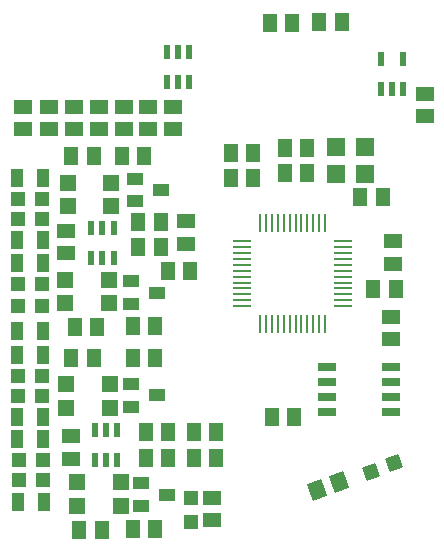
<source format=gbr>
%TF.GenerationSoftware,KiCad,Pcbnew,8.0.3*%
%TF.CreationDate,2024-06-29T02:25:23+02:00*%
%TF.ProjectId,io-16x-fused-fm,696f2d31-3678-42d6-9675-7365642d666d,rev?*%
%TF.SameCoordinates,Original*%
%TF.FileFunction,Paste,Top*%
%TF.FilePolarity,Positive*%
%FSLAX46Y46*%
G04 Gerber Fmt 4.6, Leading zero omitted, Abs format (unit mm)*
G04 Created by KiCad (PCBNEW 8.0.3) date 2024-06-29 02:25:23*
%MOMM*%
%LPD*%
G01*
G04 APERTURE LIST*
G04 Aperture macros list*
%AMRotRect*
0 Rectangle, with rotation*
0 The origin of the aperture is its center*
0 $1 length*
0 $2 width*
0 $3 Rotation angle, in degrees counterclockwise*
0 Add horizontal line*
21,1,$1,$2,0,0,$3*%
G04 Aperture macros list end*
%ADD10R,1.500000X1.300000*%
%ADD11R,1.400000X1.000000*%
%ADD12R,1.000000X1.500000*%
%ADD13R,1.200000X1.300000*%
%ADD14R,1.300000X1.500000*%
%ADD15R,1.200000X1.200000*%
%ADD16R,1.400000X1.400000*%
%ADD17R,0.597100X1.164600*%
%ADD18R,0.550000X1.200000*%
%ADD19RotRect,1.300000X1.500000X200.000000*%
%ADD20R,0.250000X1.500000*%
%ADD21R,1.500000X0.250000*%
%ADD22RotRect,1.200000X1.200000X290.000000*%
%ADD23R,1.500000X0.650000*%
%ADD24R,1.600000X1.500000*%
G04 APERTURE END LIST*
D10*
%TO.C,C32*%
X137818400Y-117682050D03*
X137818400Y-119582050D03*
%TD*%
D11*
%TO.C,D23*%
X142919200Y-113282050D03*
X142919200Y-115182050D03*
X145119200Y-114232050D03*
%TD*%
D12*
%TO.C,F13*%
X133260400Y-95832050D03*
X135460400Y-95832050D03*
%TD*%
D13*
%TO.C,FB21*%
X135376400Y-106692050D03*
X133344400Y-106692050D03*
%TD*%
D14*
%TO.C,R79*%
X143069200Y-108332050D03*
X144969200Y-108332050D03*
%TD*%
D12*
%TO.C,F16*%
X133260400Y-108785350D03*
X135460400Y-108785350D03*
%TD*%
D15*
%TO.C,LED6*%
X148018400Y-122882050D03*
X148018400Y-124982050D03*
%TD*%
D16*
%TO.C,D20*%
X137568400Y-98232050D03*
X141268400Y-98232050D03*
%TD*%
D14*
%TO.C,R65*%
X138168400Y-108432050D03*
X140068400Y-108432050D03*
%TD*%
D12*
%TO.C,F9*%
X133260400Y-110778750D03*
X135460400Y-110778750D03*
%TD*%
D10*
%TO.C,R69*%
X136018400Y-91682050D03*
X136018400Y-89782050D03*
%TD*%
D16*
%TO.C,D18*%
X137368400Y-106432050D03*
X141068400Y-106432050D03*
%TD*%
D12*
%TO.C,F15*%
X133260400Y-103005450D03*
X135460400Y-103005450D03*
%TD*%
D14*
%TO.C,R74*%
X148269200Y-119532050D03*
X150169200Y-119532050D03*
%TD*%
%TO.C,C28*%
X151368400Y-93732050D03*
X153268400Y-93732050D03*
%TD*%
%TO.C,R75*%
X143069200Y-125532050D03*
X144969200Y-125532050D03*
%TD*%
%TO.C,C35*%
X160768400Y-82632050D03*
X158868400Y-82632050D03*
%TD*%
D10*
%TO.C,R68*%
X142318400Y-89782050D03*
X142318400Y-91682050D03*
%TD*%
D12*
%TO.C,F10*%
X133260400Y-116058750D03*
X135460400Y-116058750D03*
%TD*%
D17*
%TO.C,TVS9*%
X141468400Y-100056650D03*
X140518400Y-100056650D03*
X139568400Y-100056650D03*
X139568400Y-102607450D03*
X140518400Y-102607450D03*
X141468400Y-102607450D03*
%TD*%
D14*
%TO.C,R70*%
X156568400Y-82732050D03*
X154668400Y-82732050D03*
%TD*%
D13*
%TO.C,FB17*%
X135376400Y-112572050D03*
X133344400Y-112572050D03*
%TD*%
D10*
%TO.C,R71*%
X167818400Y-90582050D03*
X167818400Y-88682050D03*
%TD*%
D13*
%TO.C,FB19*%
X135476400Y-119745350D03*
X133444400Y-119745350D03*
%TD*%
D14*
%TO.C,R59*%
X144168400Y-117332050D03*
X146068400Y-117332050D03*
%TD*%
D18*
%TO.C,U3*%
X164068400Y-88332150D03*
X165018400Y-88332150D03*
X165968400Y-88332150D03*
X165968400Y-85731950D03*
X164068400Y-85731950D03*
%TD*%
D19*
%TO.C,R57*%
X160511108Y-121607131D03*
X158725692Y-122256969D03*
%TD*%
D16*
%TO.C,D13*%
X137468400Y-113232050D03*
X141168400Y-113232050D03*
%TD*%
D10*
%TO.C,R55*%
X138118400Y-89782050D03*
X138118400Y-91682050D03*
%TD*%
D14*
%TO.C,R76*%
X143069200Y-111032050D03*
X144969200Y-111032050D03*
%TD*%
%TO.C,C34*%
X151368400Y-95832050D03*
X153268400Y-95832050D03*
%TD*%
%TO.C,R60*%
X144168400Y-119532050D03*
X146068400Y-119532050D03*
%TD*%
D16*
%TO.C,D15*%
X138368400Y-123632050D03*
X142068400Y-123632050D03*
%TD*%
D17*
%TO.C,TVS5*%
X145968400Y-87707450D03*
X146918400Y-87707450D03*
X147868400Y-87707450D03*
X147868400Y-85156650D03*
X146918400Y-85156650D03*
X145968400Y-85156650D03*
%TD*%
D10*
%TO.C,C26*%
X140218400Y-91682050D03*
X140218400Y-89782050D03*
%TD*%
D16*
%TO.C,D14*%
X137468400Y-115332050D03*
X141168400Y-115332050D03*
%TD*%
D17*
%TO.C,TVS6*%
X141768400Y-117156650D03*
X140818400Y-117156650D03*
X139868400Y-117156650D03*
X139868400Y-119707450D03*
X140818400Y-119707450D03*
X141768400Y-119707450D03*
%TD*%
D10*
%TO.C,C33*%
X137418400Y-100282050D03*
X137418400Y-102182050D03*
%TD*%
D20*
%TO.C,IC5*%
X159368400Y-99632050D03*
X158868400Y-99632050D03*
X158368400Y-99632050D03*
X157868400Y-99632050D03*
X157368400Y-99632050D03*
X156868400Y-99632050D03*
X156368400Y-99632050D03*
X155868400Y-99632050D03*
X155368400Y-99632050D03*
X154868400Y-99632050D03*
X154368400Y-99632050D03*
X153868400Y-99632050D03*
D21*
X152318400Y-101182050D03*
X152318400Y-101682050D03*
X152318400Y-102182050D03*
X152318400Y-102682050D03*
X152318400Y-103182050D03*
X152318400Y-103682050D03*
X152318400Y-104182050D03*
X152318400Y-104682050D03*
X152318400Y-105182050D03*
X152318400Y-105682050D03*
X152318400Y-106182050D03*
X152318400Y-106682050D03*
D20*
X153868400Y-108232050D03*
X154368400Y-108232050D03*
X154868400Y-108232050D03*
X155368400Y-108232050D03*
X155868400Y-108232050D03*
X156368400Y-108232050D03*
X156868400Y-108232050D03*
X157368400Y-108232050D03*
X157868400Y-108232050D03*
X158368400Y-108232050D03*
X158868400Y-108232050D03*
X159368400Y-108232050D03*
D21*
X160918400Y-106682050D03*
X160918400Y-106182050D03*
X160918400Y-105682050D03*
X160918400Y-105182050D03*
X160918400Y-104682050D03*
X160918400Y-104182050D03*
X160918400Y-103682050D03*
X160918400Y-103182050D03*
X160918400Y-102682050D03*
X160918400Y-102182050D03*
X160918400Y-101682050D03*
X160918400Y-101182050D03*
%TD*%
D14*
%TO.C,R61*%
X138568400Y-125632050D03*
X140468400Y-125632050D03*
%TD*%
%TO.C,R58*%
X137868400Y-111032050D03*
X139768400Y-111032050D03*
%TD*%
D11*
%TO.C,D22*%
X143319200Y-95882050D03*
X143319200Y-97782050D03*
X145519200Y-96832050D03*
%TD*%
D10*
%TO.C,C27*%
X165118400Y-101182050D03*
X165118400Y-103082050D03*
%TD*%
D14*
%TO.C,R64*%
X143568400Y-101632050D03*
X145468400Y-101632050D03*
%TD*%
%TO.C,R63*%
X143568400Y-99532050D03*
X145468400Y-99532050D03*
%TD*%
D16*
%TO.C,D17*%
X137368400Y-104432050D03*
X141068400Y-104432050D03*
%TD*%
D22*
%TO.C,LED5*%
X163231723Y-120691171D03*
X165205077Y-119972929D03*
%TD*%
D13*
%TO.C,FB24*%
X135376400Y-97625450D03*
X133344400Y-97625450D03*
%TD*%
D23*
%TO.C,IC6*%
X159518400Y-111827050D03*
X159518400Y-113097050D03*
X159518400Y-114367050D03*
X159518400Y-115637050D03*
X164918400Y-115637050D03*
X164918400Y-114367050D03*
X164918400Y-113097050D03*
X164918400Y-111827050D03*
%TD*%
D13*
%TO.C,FB20*%
X135476400Y-121438750D03*
X133444400Y-121438750D03*
%TD*%
D14*
%TO.C,C30*%
X155968400Y-95432050D03*
X157868400Y-95432050D03*
%TD*%
D10*
%TO.C,R81*%
X149818400Y-122882050D03*
X149818400Y-124782050D03*
%TD*%
%TO.C,R77*%
X147618400Y-101381250D03*
X147618400Y-99481250D03*
%TD*%
D11*
%TO.C,D21*%
X142919200Y-104582050D03*
X142919200Y-106482050D03*
X145119200Y-105532050D03*
%TD*%
D16*
%TO.C,D19*%
X137568400Y-96232050D03*
X141268400Y-96232050D03*
%TD*%
D13*
%TO.C,FB23*%
X135376400Y-99318750D03*
X133344400Y-99318750D03*
%TD*%
D24*
%TO.C,Q3*%
X162768400Y-93182050D03*
X160268400Y-93182050D03*
X160268400Y-95482050D03*
X162768400Y-95482050D03*
%TD*%
D12*
%TO.C,F14*%
X133260400Y-101112050D03*
X135460400Y-101112050D03*
%TD*%
D10*
%TO.C,R66*%
X144418400Y-91682050D03*
X144418400Y-89782050D03*
%TD*%
D12*
%TO.C,F12*%
X133360400Y-123232050D03*
X135560400Y-123232050D03*
%TD*%
D10*
%TO.C,R72*%
X164918400Y-109482050D03*
X164918400Y-107582050D03*
%TD*%
D14*
%TO.C,C31*%
X164268400Y-97432050D03*
X162368400Y-97432050D03*
%TD*%
%TO.C,C25*%
X163468400Y-105232050D03*
X165368400Y-105232050D03*
%TD*%
%TO.C,R78*%
X146069200Y-103732050D03*
X147969200Y-103732050D03*
%TD*%
%TO.C,C36*%
X156768400Y-116032050D03*
X154868400Y-116032050D03*
%TD*%
D11*
%TO.C,D24*%
X143819200Y-121682050D03*
X143819200Y-123582050D03*
X146019200Y-122632050D03*
%TD*%
D14*
%TO.C,R62*%
X137868400Y-93932050D03*
X139768400Y-93932050D03*
%TD*%
D10*
%TO.C,R56*%
X133818400Y-91682050D03*
X133818400Y-89782050D03*
%TD*%
D14*
%TO.C,R73*%
X148269200Y-117332050D03*
X150169200Y-117332050D03*
%TD*%
%TO.C,C29*%
X157868400Y-93332050D03*
X155968400Y-93332050D03*
%TD*%
D13*
%TO.C,FB22*%
X135376400Y-104798750D03*
X133344400Y-104798750D03*
%TD*%
D12*
%TO.C,F11*%
X133260400Y-117952050D03*
X135460400Y-117952050D03*
%TD*%
D10*
%TO.C,R67*%
X146518400Y-91682050D03*
X146518400Y-89782050D03*
%TD*%
D13*
%TO.C,FB18*%
X135376400Y-114265350D03*
X133344400Y-114265350D03*
%TD*%
D16*
%TO.C,D16*%
X138368400Y-121532050D03*
X142068400Y-121532050D03*
%TD*%
D14*
%TO.C,R80*%
X142169200Y-93932050D03*
X144069200Y-93932050D03*
%TD*%
M02*

</source>
